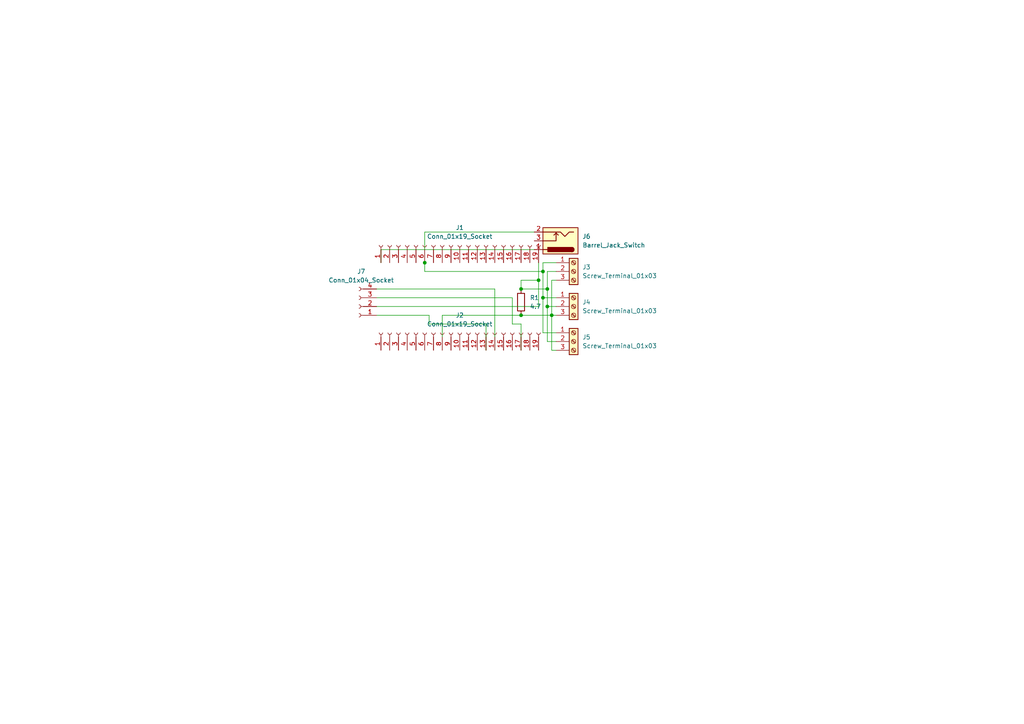
<source format=kicad_sch>
(kicad_sch (version 20250114) (generator "eeschema") (generator_version "9.0")
  (paper "A4")
  (lib_symbols
    (symbol "Connector:Barrel_Jack_Switch" (pin_names (hide yes))
      (property "Reference" "J" (at 0 5.334 0))
      (property "Value" "Barrel_Jack_Switch" (at 0 -5.08 0))
      (symbol "Barrel_Jack_Switch_0_1"
        (rectangle (start -5.08 3.81) (end 5.08 -3.81) (stroke (width 0.254)) (fill (type background)))
        (polyline (pts (xy -3.81 -2.54) (xy -2.54 -2.54) (xy -1.27 -1.27) (xy 0 -2.54) (xy 2.54 -2.54) (xy 5.08 -2.54)) (stroke (width 0.254)))
        (arc (start -3.302 1.905) (mid -3.9343 2.54) (end -3.302 3.175) (stroke (width 0.254)))
        (arc (start -3.302 1.905) (mid -3.9343 2.54) (end -3.302 3.175) (stroke (width 0.254)) (fill (type outline)))
        (polyline (pts (xy 1.27 -2.286) (xy 1.905 -1.651)) (stroke (width 0.254)))
        (rectangle (start 3.683 3.175) (end -3.302 1.905) (stroke (width 0.254)) (fill (type outline)))
        (polyline (pts (xy 5.08 2.54) (xy 3.81 2.54)) (stroke (width 0.254)))
        (polyline (pts (xy 5.08 0) (xy 1.27 0) (xy 1.27 -2.286) (xy 0.635 -1.651)) (stroke (width 0.254)))
      )
      (symbol "Barrel_Jack_Switch_1_1"
        (pin passive line (at 7.62 2.54 180) (length 2.54) (name "~") (number "1"))
        (pin passive line (at 7.62 0 180) (length 2.54) (name "~") (number "3"))
        (pin passive line (at 7.62 -2.54 180) (length 2.54) (name "~") (number "2"))
      )
    )
    (symbol "Connector:Conn_01x04_Socket" (pin_names (offset 1.016) (hide yes))
      (property "Reference" "J" (at 0 5.08 0))
      (property "Value" "Conn_01x04_Socket" (at 0 -7.62 0))
      (symbol "Conn_01x04_Socket_1_1"
        (polyline (pts (xy -1.27 2.54) (xy -0.508 2.54)) (stroke (width 0.1524)))
        (polyline (pts (xy -1.27 0) (xy -0.508 0)) (stroke (width 0.1524)))
        (polyline (pts (xy -1.27 -2.54) (xy -0.508 -2.54)) (stroke (width 0.1524)))
        (polyline (pts (xy -1.27 -5.08) (xy -0.508 -5.08)) (stroke (width 0.1524)))
        (arc (start 0 2.032) (mid -0.5058 2.54) (end 0 3.048) (stroke (width 0.1524)))
        (arc (start 0 -0.508) (mid -0.5058 0) (end 0 0.508) (stroke (width 0.1524)))
        (arc (start 0 -3.048) (mid -0.5058 -2.54) (end 0 -2.032) (stroke (width 0.1524)))
        (arc (start 0 -5.588) (mid -0.5058 -5.08) (end 0 -4.572) (stroke (width 0.1524)))
        (pin passive line (at -5.08 2.54 0) (length 3.81) (name "Pin_1") (number "1"))
        (pin passive line (at -5.08 0 0) (length 3.81) (name "Pin_2") (number "2"))
        (pin passive line (at -5.08 -2.54 0) (length 3.81) (name "Pin_3") (number "3"))
        (pin passive line (at -5.08 -5.08 0) (length 3.81) (name "Pin_4") (number "4"))
      )
    )
    (symbol "Connector:Conn_01x19_Socket" (pin_names (offset 1.016) (hide yes))
      (property "Reference" "J" (at 0 25.4 0))
      (property "Value" "Conn_01x19_Socket" (at 0 -25.4 0))
      (symbol "Conn_01x19_Socket_1_1"
        (polyline (pts (xy -1.27 22.86) (xy -0.508 22.86)) (stroke (width 0.1524)))
        (polyline (pts (xy -1.27 20.32) (xy -0.508 20.32)) (stroke (width 0.1524)))
        (polyline (pts (xy -1.27 17.78) (xy -0.508 17.78)) (stroke (width 0.1524)))
        (polyline (pts (xy -1.27 15.24) (xy -0.508 15.24)) (stroke (width 0.1524)))
        (polyline (pts (xy -1.27 12.7) (xy -0.508 12.7)) (stroke (width 0.1524)))
        (polyline (pts (xy -1.27 10.16) (xy -0.508 10.16)) (stroke (width 0.1524)))
        (polyline (pts (xy -1.27 7.62) (xy -0.508 7.62)) (stroke (width 0.1524)))
        (polyline (pts (xy -1.27 5.08) (xy -0.508 5.08)) (stroke (width 0.1524)))
        (polyline (pts (xy -1.27 2.54) (xy -0.508 2.54)) (stroke (width 0.1524)))
        (polyline (pts (xy -1.27 0) (xy -0.508 0)) (stroke (width 0.1524)))
        (polyline (pts (xy -1.27 -2.54) (xy -0.508 -2.54)) (stroke (width 0.1524)))
        (polyline (pts (xy -1.27 -5.08) (xy -0.508 -5.08)) (stroke (width 0.1524)))
        (polyline (pts (xy -1.27 -7.62) (xy -0.508 -7.62)) (stroke (width 0.1524)))
        (polyline (pts (xy -1.27 -10.16) (xy -0.508 -10.16)) (stroke (width 0.1524)))
        (polyline (pts (xy -1.27 -12.7) (xy -0.508 -12.7)) (stroke (width 0.1524)))
        (polyline (pts (xy -1.27 -15.24) (xy -0.508 -15.24)) (stroke (width 0.1524)))
        (polyline (pts (xy -1.27 -17.78) (xy -0.508 -17.78)) (stroke (width 0.1524)))
        (polyline (pts (xy -1.27 -20.32) (xy -0.508 -20.32)) (stroke (width 0.1524)))
        (polyline (pts (xy -1.27 -22.86) (xy -0.508 -22.86)) (stroke (width 0.1524)))
        (arc (start 0 22.352) (mid -0.5058 22.86) (end 0 23.368) (stroke (width 0.1524)))
        (arc (start 0 19.812) (mid -0.5058 20.32) (end 0 20.828) (stroke (width 0.1524)))
        (arc (start 0 17.272) (mid -0.5058 17.78) (end 0 18.288) (stroke (width 0.1524)))
        (arc (start 0 14.732) (mid -0.5058 15.24) (end 0 15.748) (stroke (width 0.1524)))
        (arc (start 0 12.192) (mid -0.5058 12.7) (end 0 13.208) (stroke (width 0.1524)))
        (arc (start 0 9.652) (mid -0.5058 10.16) (end 0 10.668) (stroke (width 0.1524)))
        (arc (start 0 7.112) (mid -0.5058 7.62) (end 0 8.128) (stroke (width 0.1524)))
        (arc (start 0 4.572) (mid -0.5058 5.08) (end 0 5.588) (stroke (width 0.1524)))
        (arc (start 0 2.032) (mid -0.5058 2.54) (end 0 3.048) (stroke (width 0.1524)))
        (arc (start 0 -0.508) (mid -0.5058 0) (end 0 0.508) (stroke (width 0.1524)))
        (arc (start 0 -3.048) (mid -0.5058 -2.54) (end 0 -2.032) (stroke (width 0.1524)))
        (arc (start 0 -5.588) (mid -0.5058 -5.08) (end 0 -4.572) (stroke (width 0.1524)))
        (arc (start 0 -8.128) (mid -0.5058 -7.62) (end 0 -7.112) (stroke (width 0.1524)))
        (arc (start 0 -10.668) (mid -0.5058 -10.16) (end 0 -9.652) (stroke (width 0.1524)))
        (arc (start 0 -13.208) (mid -0.5058 -12.7) (end 0 -12.192) (stroke (width 0.1524)))
        (arc (start 0 -15.748) (mid -0.5058 -15.24) (end 0 -14.732) (stroke (width 0.1524)))
        (arc (start 0 -18.288) (mid -0.5058 -17.78) (end 0 -17.272) (stroke (width 0.1524)))
        (arc (start 0 -20.828) (mid -0.5058 -20.32) (end 0 -19.812) (stroke (width 0.1524)))
        (arc (start 0 -23.368) (mid -0.5058 -22.86) (end 0 -22.352) (stroke (width 0.1524)))
        (pin passive line (at -5.08 22.86 0) (length 3.81) (name "Pin_1") (number "1"))
        (pin passive line (at -5.08 20.32 0) (length 3.81) (name "Pin_2") (number "2"))
        (pin passive line (at -5.08 17.78 0) (length 3.81) (name "Pin_3") (number "3"))
        (pin passive line (at -5.08 15.24 0) (length 3.81) (name "Pin_4") (number "4"))
        (pin passive line (at -5.08 12.7 0) (length 3.81) (name "Pin_5") (number "5"))
        (pin passive line (at -5.08 10.16 0) (length 3.81) (name "Pin_6") (number "6"))
        (pin passive line (at -5.08 7.62 0) (length 3.81) (name "Pin_7") (number "7"))
        (pin passive line (at -5.08 5.08 0) (length 3.81) (name "Pin_8") (number "8"))
        (pin passive line (at -5.08 2.54 0) (length 3.81) (name "Pin_9") (number "9"))
        (pin passive line (at -5.08 0 0) (length 3.81) (name "Pin_10") (number "10"))
        (pin passive line (at -5.08 -2.54 0) (length 3.81) (name "Pin_11") (number "11"))
        (pin passive line (at -5.08 -5.08 0) (length 3.81) (name "Pin_12") (number "12"))
        (pin passive line (at -5.08 -7.62 0) (length 3.81) (name "Pin_13") (number "13"))
        (pin passive line (at -5.08 -10.16 0) (length 3.81) (name "Pin_14") (number "14"))
        (pin passive line (at -5.08 -12.7 0) (length 3.81) (name "Pin_15") (number "15"))
        (pin passive line (at -5.08 -15.24 0) (length 3.81) (name "Pin_16") (number "16"))
        (pin passive line (at -5.08 -17.78 0) (length 3.81) (name "Pin_17") (number "17"))
        (pin passive line (at -5.08 -20.32 0) (length 3.81) (name "Pin_18") (number "18"))
        (pin passive line (at -5.08 -22.86 0) (length 3.81) (name "Pin_19") (number "19"))
      )
    )
    (symbol "Connector:Screw_Terminal_01x03" (pin_names (offset 1.016) (hide yes))
      (property "Reference" "J" (at 0 5.08 0))
      (property "Value" "Screw_Terminal_01x03" (at 0 -5.08 0))
      (symbol "Screw_Terminal_01x03_1_1"
        (rectangle (start -1.27 3.81) (end 1.27 -3.81) (stroke (width 0.254)) (fill (type background)))
        (polyline (pts (xy -0.5334 2.8702) (xy 0.3302 2.032)) (stroke (width 0.1524)))
        (polyline (pts (xy -0.5334 0.3302) (xy 0.3302 -0.508)) (stroke (width 0.1524)))
        (polyline (pts (xy -0.5334 -2.2098) (xy 0.3302 -3.048)) (stroke (width 0.1524)))
        (polyline (pts (xy -0.3556 3.048) (xy 0.508 2.2098)) (stroke (width 0.1524)))
        (polyline (pts (xy -0.3556 0.508) (xy 0.508 -0.3302)) (stroke (width 0.1524)))
        (polyline (pts (xy -0.3556 -2.032) (xy 0.508 -2.8702)) (stroke (width 0.1524)))
        (circle (center 0 2.54) (radius 0.635) (stroke (width 0.1524)))
        (circle (center 0 0) (radius 0.635) (stroke (width 0.1524)))
        (circle (center 0 -2.54) (radius 0.635) (stroke (width 0.1524)))
        (pin passive line (at -5.08 2.54 0) (length 3.81) (name "Pin_1") (number "1"))
        (pin passive line (at -5.08 0 0) (length 3.81) (name "Pin_2") (number "2"))
        (pin passive line (at -5.08 -2.54 0) (length 3.81) (name "Pin_3") (number "3"))
      )
    )
    (symbol "Device:R" (pin_numbers (hide yes)) (pin_names (offset 0))
      (property "Reference" "R" (at 2.032 0 90))
      (property "Value" "R" (at 0 0 90))
      (symbol "R_0_1"
        (rectangle (start -1.016 -2.54) (end 1.016 2.54) (stroke (width 0.254)))
      )
      (symbol "R_1_1"
        (pin passive line (at 0 3.81 270) (length 1.27) (name "~") (number "1"))
        (pin passive line (at 0 -3.81 90) (length 1.27) (name "~") (number "2"))
      )
    )
  )
  (junction (at 158.75 88.9))
  (junction (at 123.19 76.2))
  (junction (at 156.21 81.28))
  (junction (at 157.48 78.74))
  (junction (at 151.13 83.82))
  (junction (at 158.75 83.82))
  (junction (at 160.02 91.44))
  (junction (at 151.13 91.44))
  (junction (at 157.48 86.36))
  (wire (pts (xy 157.48 86.36) (xy 157.48 78.74)))
  (wire (pts (xy 161.29 81.28) (xy 160.02 81.28)))
  (wire (pts (xy 161.29 91.44) (xy 160.02 91.44)))
  (wire (pts (xy 161.29 88.9) (xy 158.75 88.9)))
  (wire (pts (xy 158.75 83.82) (xy 151.13 83.82)))
  (wire (pts (xy 158.75 99.06) (xy 158.75 88.9)))
  (wire (pts (xy 161.29 99.06) (xy 158.75 99.06)))
  (wire (pts (xy 151.13 91.44) (xy 160.02 91.44)))
  (wire (pts (xy 156.21 76.2) (xy 156.21 81.28)))
  (wire (pts (xy 154.94 67.31) (xy 123.19 67.31)))
  (wire (pts (xy 157.48 78.74) (xy 157.48 76.2)))
  (wire (pts (xy 148.59 93.98) (xy 151.13 93.98)))
  (wire (pts (xy 156.21 81.28) (xy 156.21 88.9)))
  (wire (pts (xy 128.27 91.44) (xy 151.13 91.44)))
  (wire (pts (xy 109.22 91.44) (xy 124.46 91.44)))
  (wire (pts (xy 154.94 72.39) (xy 110.49 72.39)))
  (wire (pts (xy 124.46 93.98) (xy 140.97 93.98)))
  (wire (pts (xy 161.29 78.74) (xy 158.75 78.74)))
  (wire (pts (xy 109.22 88.9) (xy 156.21 88.9)))
  (wire (pts (xy 158.75 83.82) (xy 158.75 88.9)))
  (wire (pts (xy 124.46 91.44) (xy 124.46 93.98)))
  (wire (pts (xy 158.75 78.74) (xy 158.75 83.82)))
  (wire (pts (xy 157.48 96.52) (xy 157.48 86.36)))
  (wire (pts (xy 160.02 81.28) (xy 160.02 91.44)))
  (wire (pts (xy 161.29 96.52) (xy 157.48 96.52)))
  (wire (pts (xy 151.13 83.82) (xy 151.13 81.28)))
  (wire (pts (xy 148.59 86.36) (xy 148.59 93.98)))
  (wire (pts (xy 161.29 86.36) (xy 157.48 86.36)))
  (wire (pts (xy 109.22 83.82) (xy 143.51 83.82)))
  (wire (pts (xy 123.19 67.31) (xy 123.19 76.2)))
  (wire (pts (xy 110.49 72.39) (xy 110.49 76.2)))
  (wire (pts (xy 151.13 81.28) (xy 156.21 81.28)))
  (wire (pts (xy 161.29 101.6) (xy 160.02 101.6)))
  (wire (pts (xy 123.19 76.2) (xy 123.19 78.74)))
  (wire (pts (xy 151.13 93.98) (xy 151.13 101.6)))
  (wire (pts (xy 109.22 86.36) (xy 148.59 86.36)))
  (wire (pts (xy 143.51 83.82) (xy 143.51 101.6)))
  (wire (pts (xy 160.02 91.44) (xy 160.02 101.6)))
  (wire (pts (xy 128.27 91.44) (xy 128.27 101.6)))
  (wire (pts (xy 157.48 76.2) (xy 161.29 76.2)))
  (wire (pts (xy 123.19 78.74) (xy 157.48 78.74)))
  (wire (pts (xy 140.97 93.98) (xy 140.97 101.6)))
  (symbol (lib_id "Connector:Screw_Terminal_01x03") (at 166.37 99.06 0) (unit 1)
    (property "Reference" "J5" (at 168.91 97.7899 0) (effects (justify left)))
    (property "Value" "Screw_Terminal_01x03" (at 168.91 100.3299 0) (effects (justify left)))
    (property "Footprint" "TerminalBlock:TerminalBlock_bornier-3_P5.08mm" (effects (hide yes)))
    (property "Description" "Generic screw terminal, single row, 01x03, script generated (kicad-library-utils/schlib/autogen/connector/)" (effects (hide yes)))
  )
  (symbol (lib_id "Connector:Conn_01x19_Socket") (at 133.35 71.12 90) (unit 1)
    (property "Reference" "J1" (at 133.35 66.04 90))
    (property "Value" "Conn_01x19_Socket" (at 133.35 68.58 90))
    (property "Footprint" "Connector_PinSocket_2.54mm:PinSocket_1x19_P2.54mm_Vertical" (effects (hide yes)))
    (property "Description" "Generic connector, single row, 01x19, script generated" (effects (hide yes)))
  )
  (symbol (lib_id "Connector:Conn_01x04_Socket") (at 104.14 88.9 180) (unit 1)
    (property "Reference" "J7" (at 104.775 78.74 0))
    (property "Value" "Conn_01x04_Socket" (at 104.775 81.28 0))
    (property "Footprint" "Connector_PinSocket_2.54mm:PinSocket_1x04_P2.54mm_Horizontal" (effects (hide yes)))
    (property "Description" "Generic connector, single row, 01x04, script generated" (effects (hide yes)))
  )
  (symbol (lib_id "Connector:Conn_01x19_Socket") (at 133.35 96.52 90) (unit 1)
    (property "Reference" "J2" (at 133.35 91.44 90))
    (property "Value" "Conn_01x19_Socket" (at 133.35 93.98 90))
    (property "Footprint" "Connector_PinSocket_2.54mm:PinSocket_1x19_P2.54mm_Vertical" (effects (hide yes)))
    (property "Description" "Generic connector, single row, 01x19, script generated" (effects (hide yes)))
  )
  (symbol (lib_id "Connector:Screw_Terminal_01x03") (at 166.37 88.9 0) (unit 1)
    (property "Reference" "J4" (at 168.91 87.6299 0) (effects (justify left)))
    (property "Value" "Screw_Terminal_01x03" (at 168.91 90.1699 0) (effects (justify left)))
    (property "Footprint" "TerminalBlock:TerminalBlock_bornier-3_P5.08mm" (effects (hide yes)))
    (property "Description" "Generic screw terminal, single row, 01x03, script generated (kicad-library-utils/schlib/autogen/connector/)" (effects (hide yes)))
  )
  (symbol (lib_id "Device:R") (at 151.13 87.63 0) (unit 1)
    (property "Reference" "R1" (at 153.67 86.3599 0) (effects (justify left)))
    (property "Value" "4.7" (at 153.67 88.8999 0) (effects (justify left)))
    (property "Footprint" "Resistor_THT:R_Axial_DIN0204_L3.6mm_D1.6mm_P2.54mm_Vertical" (effects (hide yes)))
    (property "Description" "Resistor" (effects (hide yes)))
  )
  (symbol (lib_id "Connector:Barrel_Jack_Switch") (at 162.56 69.85 180) (unit 1)
    (property "Reference" "J6" (at 168.91 68.5799 0) (effects (justify right)))
    (property "Value" "Barrel_Jack_Switch" (at 168.91 71.1199 0) (effects (justify right)))
    (property "Footprint" "Connector_BarrelJack:BarrelJack_Horizontal" (effects (hide yes)))
    (property "Description" "DC Barrel Jack with an internal switch" (effects (hide yes)))
  )
  (symbol (lib_id "Connector:Screw_Terminal_01x03") (at 166.37 78.74 0) (unit 1)
    (property "Reference" "J3" (at 168.91 77.4699 0) (effects (justify left)))
    (property "Value" "Screw_Terminal_01x03" (at 168.91 80.0099 0) (effects (justify left)))
    (property "Footprint" "TerminalBlock:TerminalBlock_bornier-3_P5.08mm" (effects (hide yes)))
    (property "Description" "Generic screw terminal, single row, 01x03, script generated (kicad-library-utils/schlib/autogen/connector/)" (effects (hide yes)))
  )
)
</source>
